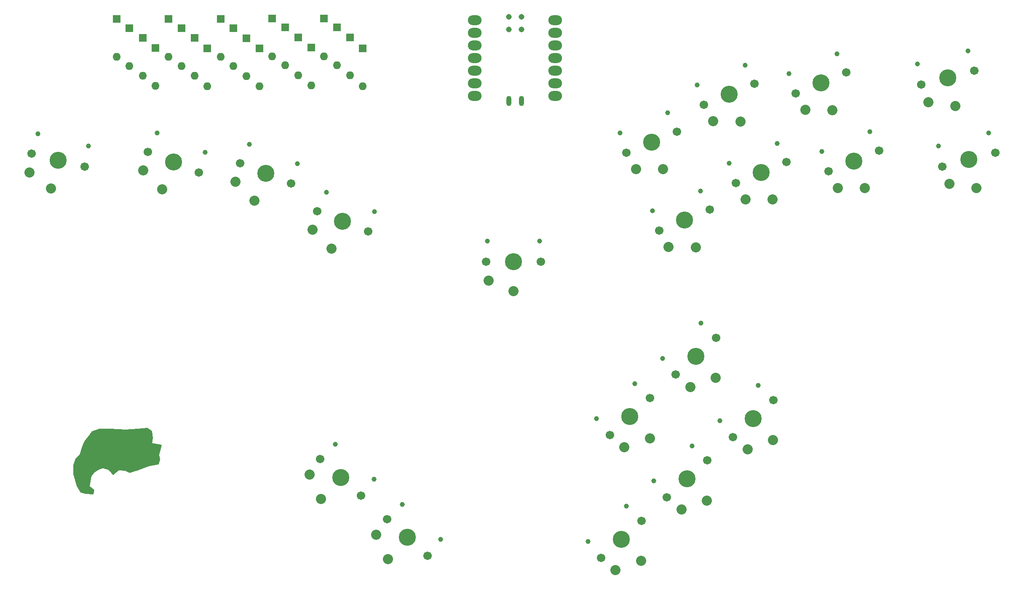
<source format=gbr>
%TF.GenerationSoftware,KiCad,Pcbnew,(6.0.4-0)*%
%TF.CreationDate,2022-07-27T23:48:03+02:00*%
%TF.ProjectId,ergosmash,6572676f-736d-4617-9368-2e6b69636164,rev?*%
%TF.SameCoordinates,Original*%
%TF.FileFunction,Soldermask,Top*%
%TF.FilePolarity,Negative*%
%FSLAX46Y46*%
G04 Gerber Fmt 4.6, Leading zero omitted, Abs format (unit mm)*
G04 Created by KiCad (PCBNEW (6.0.4-0)) date 2022-07-27 23:48:03*
%MOMM*%
%LPD*%
G01*
G04 APERTURE LIST*
%ADD10C,0.150000*%
%ADD11C,2.032000*%
%ADD12C,0.990600*%
%ADD13C,1.701800*%
%ADD14C,3.429000*%
%ADD15C,1.143000*%
%ADD16O,1.016000X2.032000*%
%ADD17O,2.748280X1.998980*%
%ADD18R,1.600000X1.600000*%
%ADD19O,1.600000X1.600000*%
G04 APERTURE END LIST*
D10*
G36*
X71890000Y-122800000D02*
G01*
X72030000Y-124100000D01*
X71830000Y-125240000D01*
X73780000Y-125610000D01*
X73270000Y-127520000D01*
X73450000Y-128440000D01*
X73170000Y-129400000D01*
X71380000Y-129720000D01*
X69060000Y-130570000D01*
X67470000Y-131080000D01*
X66480000Y-130680000D01*
X65370000Y-130590000D01*
X65090000Y-130650000D01*
X64180000Y-131470000D01*
X63190000Y-130510000D01*
X62050000Y-130140000D01*
X61230000Y-130370000D01*
X60350000Y-131020000D01*
X59700000Y-131870000D01*
X59360000Y-133860000D01*
X60270000Y-134620000D01*
X60100000Y-135440000D01*
X58650000Y-135300000D01*
X57600000Y-135050000D01*
X56840000Y-133830000D01*
X56210000Y-131390000D01*
X56210000Y-129660000D01*
X56640000Y-128380000D01*
X57430000Y-127530000D01*
X57940000Y-125860000D01*
X58480000Y-124750000D01*
X59220000Y-123760000D01*
X59950000Y-122910000D01*
X61370000Y-122340000D01*
X63560000Y-122400000D01*
X66620000Y-122510000D01*
X69080000Y-122340000D01*
X70980000Y-122200000D01*
X71890000Y-122800000D01*
G37*
X71890000Y-122800000D02*
X72030000Y-124100000D01*
X71830000Y-125240000D01*
X73780000Y-125610000D01*
X73270000Y-127520000D01*
X73450000Y-128440000D01*
X73170000Y-129400000D01*
X71380000Y-129720000D01*
X69060000Y-130570000D01*
X67470000Y-131080000D01*
X66480000Y-130680000D01*
X65370000Y-130590000D01*
X65090000Y-130650000D01*
X64180000Y-131470000D01*
X63190000Y-130510000D01*
X62050000Y-130140000D01*
X61230000Y-130370000D01*
X60350000Y-131020000D01*
X59700000Y-131870000D01*
X59360000Y-133860000D01*
X60270000Y-134620000D01*
X60100000Y-135440000D01*
X58650000Y-135300000D01*
X57600000Y-135050000D01*
X56840000Y-133830000D01*
X56210000Y-131390000D01*
X56210000Y-129660000D01*
X56640000Y-128380000D01*
X57430000Y-127530000D01*
X57940000Y-125860000D01*
X58480000Y-124750000D01*
X59220000Y-123760000D01*
X59950000Y-122910000D01*
X61370000Y-122340000D01*
X63560000Y-122400000D01*
X66620000Y-122510000D01*
X69080000Y-122340000D01*
X70980000Y-122200000D01*
X71890000Y-122800000D01*
D11*
%TO.C,SW20*%
X228011869Y-56570486D03*
X233378405Y-57351696D03*
D12*
X225795836Y-48880389D03*
D13*
X237225975Y-50262535D03*
D12*
X235903298Y-46266421D03*
D13*
X226576351Y-53016715D03*
D14*
X231901163Y-51639625D03*
%TD*%
D11*
%TO.C,SW19*%
X203241397Y-58122687D03*
X208664430Y-58149417D03*
D12*
X199976676Y-50815841D03*
D13*
X211487935Y-50593769D03*
D12*
X209621979Y-46820626D03*
D13*
X201325261Y-54803287D03*
D14*
X206406598Y-52698528D03*
%TD*%
D11*
%TO.C,SW18*%
X184753977Y-60415123D03*
X190177010Y-60441853D03*
D12*
X181489256Y-53108277D03*
D13*
X193000515Y-52886205D03*
D12*
X191134559Y-49113062D03*
D13*
X182837841Y-57095723D03*
D14*
X187919178Y-54990964D03*
%TD*%
D11*
%TO.C,SW17*%
X169225947Y-70032310D03*
X174648980Y-70059040D03*
D12*
X165961226Y-62725464D03*
D13*
X177472485Y-62503392D03*
D12*
X175606529Y-58730249D03*
D13*
X167309811Y-66712910D03*
D14*
X172391148Y-64608151D03*
%TD*%
D11*
%TO.C,SW16*%
X232221571Y-73041321D03*
X237588107Y-73822531D03*
D12*
X230005538Y-65351224D03*
D13*
X241435677Y-66733370D03*
D12*
X240113000Y-62737256D03*
D13*
X230786053Y-69487550D03*
D14*
X236110865Y-68110460D03*
%TD*%
D11*
%TO.C,SW15*%
X209795147Y-73809891D03*
X215218180Y-73836621D03*
D12*
X206530426Y-66503045D03*
D13*
X218041685Y-66280973D03*
D12*
X216175729Y-62507830D03*
D13*
X207879011Y-70490491D03*
D14*
X212960348Y-68385732D03*
%TD*%
%TO.C,SW14*%
X194398407Y-70708278D03*
D13*
X189317070Y-72813037D03*
D12*
X197613788Y-64830376D03*
D13*
X199479744Y-68603519D03*
D12*
X187968485Y-68825591D03*
D11*
X196656239Y-76159167D03*
X191233206Y-76132437D03*
%TD*%
D14*
%TO.C,SW13*%
X178944897Y-80295356D03*
D13*
X173863560Y-82400115D03*
D12*
X182160278Y-74417454D03*
D13*
X184026234Y-78190597D03*
D12*
X172514975Y-78412669D03*
D11*
X181202729Y-85746245D03*
X175779696Y-85719515D03*
%TD*%
D14*
%TO.C,SW12*%
X167987836Y-119840578D03*
D13*
X163932811Y-123556324D03*
D12*
X168998945Y-113217432D03*
D13*
X172042861Y-116124832D03*
D12*
X161301769Y-120270594D03*
D11*
X171973818Y-124190514D03*
X166868692Y-126020183D03*
%TD*%
D14*
%TO.C,SW11*%
X181258830Y-107679954D03*
D13*
X177203805Y-111395700D03*
D12*
X182269939Y-101056808D03*
D13*
X185313855Y-103964208D03*
D12*
X174572763Y-108109970D03*
D11*
X185244812Y-112029890D03*
X180139686Y-113859559D03*
%TD*%
D14*
%TO.C,SW10*%
X179472875Y-132374294D03*
D13*
X175417850Y-136090040D03*
D12*
X180483984Y-125751148D03*
D13*
X183527900Y-128658548D03*
D12*
X172786808Y-132804310D03*
D11*
X183458857Y-136724230D03*
X178353731Y-138553899D03*
%TD*%
D14*
%TO.C,SW9*%
X192743865Y-120213669D03*
D13*
X188688840Y-123929415D03*
D12*
X193754974Y-113590523D03*
D13*
X196798890Y-116497923D03*
D12*
X186057798Y-120643685D03*
D11*
X196729847Y-124563605D03*
X191624721Y-126393274D03*
%TD*%
D14*
%TO.C,SW7*%
X144588470Y-88675535D03*
D13*
X139088470Y-88675535D03*
D12*
X149808470Y-84475535D03*
D13*
X150088470Y-88675535D03*
D12*
X139368470Y-84475535D03*
D11*
X144588470Y-94575535D03*
X139588470Y-92475535D03*
%TD*%
D14*
%TO.C,SW7*%
X166224170Y-144514494D03*
D13*
X162169145Y-148230240D03*
D12*
X167235279Y-137891348D03*
D13*
X170279195Y-140798748D03*
D12*
X159538103Y-144944510D03*
D11*
X170210152Y-148864430D03*
X165105026Y-150694099D03*
%TD*%
D14*
%TO.C,SW6*%
X123262743Y-144159973D03*
D13*
X119175446Y-140479755D03*
D12*
X129952308Y-144531626D03*
D13*
X127350040Y-147840191D03*
D12*
X122193876Y-137545903D03*
D11*
X119314872Y-148544527D03*
X117004323Y-143638270D03*
%TD*%
%TO.C,SW5*%
X103586235Y-131535711D03*
X105896784Y-136441968D03*
D12*
X108775788Y-125443344D03*
D13*
X113931952Y-135737632D03*
D12*
X116534220Y-132429067D03*
D13*
X105757358Y-128377196D03*
D14*
X109844655Y-132057414D03*
%TD*%
D11*
%TO.C,SW4*%
X104183724Y-82199424D03*
X108032969Y-86019543D03*
D12*
X106976596Y-74699539D03*
D13*
X115342659Y-82609494D03*
D12*
X116656395Y-78610432D03*
D13*
X105143637Y-78488822D03*
D14*
X110243148Y-80549158D03*
%TD*%
D11*
%TO.C,SW3*%
X88701943Y-72539485D03*
X92551188Y-76359604D03*
D12*
X91494815Y-65039600D03*
D13*
X99860878Y-72949555D03*
D12*
X101174614Y-68950493D03*
D13*
X89661856Y-68828883D03*
D14*
X94761367Y-70889219D03*
%TD*%
D11*
%TO.C,SW2*%
X70158695Y-70270582D03*
X74007940Y-74090701D03*
D12*
X72951567Y-62770697D03*
D13*
X81317630Y-70680652D03*
D12*
X82631366Y-66681590D03*
D13*
X71118608Y-66559980D03*
D14*
X76218119Y-68620316D03*
%TD*%
D11*
%TO.C,SW1*%
X47290051Y-70706102D03*
X51633494Y-73953333D03*
D12*
X49011961Y-62890514D03*
D13*
X58397459Y-69559158D03*
D12*
X59141849Y-65416178D03*
D13*
X47724207Y-66898018D03*
D14*
X53060833Y-68228588D03*
%TD*%
D15*
%TO.C,U1*%
X146212864Y-41895990D03*
X143672864Y-41895990D03*
X146212864Y-39355990D03*
X143672864Y-39355990D03*
D16*
X146224061Y-56360177D03*
X143674061Y-56360177D03*
D17*
X136807181Y-40042357D03*
X136807181Y-42582357D03*
X136807181Y-45122357D03*
X136807181Y-47662357D03*
X136807181Y-50202357D03*
X136807181Y-52742357D03*
X136807181Y-55282357D03*
X152971741Y-55282357D03*
X152971741Y-52742357D03*
X152971741Y-50202357D03*
X152971741Y-47662357D03*
X152971741Y-45122357D03*
X152971741Y-42582357D03*
X152971741Y-40042357D03*
%TD*%
D18*
%TO.C,D20*%
X114300000Y-45731866D03*
D19*
X114300000Y-53351866D03*
%TD*%
%TO.C,D19*%
X111700000Y-51161864D03*
D18*
X111700000Y-43541864D03*
%TD*%
D19*
%TO.C,D18*%
X109100000Y-49161865D03*
D18*
X109100000Y-41541865D03*
%TD*%
D19*
%TO.C,D17*%
X106500000Y-47351868D03*
D18*
X106500000Y-39731868D03*
%TD*%
D19*
%TO.C,D16*%
X103900000Y-53161866D03*
D18*
X103900000Y-45541866D03*
%TD*%
D19*
%TO.C,D15*%
X101300000Y-51161867D03*
D18*
X101300000Y-43541867D03*
%TD*%
D19*
%TO.C,D14*%
X98700000Y-49161865D03*
D18*
X98700000Y-41541865D03*
%TD*%
D19*
%TO.C,D13*%
X96100000Y-47351864D03*
D18*
X96100000Y-39731864D03*
%TD*%
D19*
%TO.C,D12*%
X93500000Y-53351866D03*
D18*
X93500000Y-45731866D03*
%TD*%
D19*
%TO.C,D11*%
X90900000Y-51351868D03*
D18*
X90900000Y-43731868D03*
%TD*%
D19*
%TO.C,D10*%
X88300000Y-49281869D03*
D18*
X88300000Y-41661869D03*
%TD*%
D19*
%TO.C,D9*%
X85700000Y-47471865D03*
D18*
X85700000Y-39851865D03*
%TD*%
D19*
%TO.C,D8*%
X83047150Y-53351868D03*
D18*
X83047150Y-45731868D03*
%TD*%
D19*
%TO.C,D7*%
X80447156Y-51281864D03*
D18*
X80447156Y-43661864D03*
%TD*%
D19*
%TO.C,D6*%
X77847152Y-49281867D03*
D18*
X77847152Y-41661867D03*
%TD*%
%TO.C,D5*%
X75200000Y-39851868D03*
D19*
X75200000Y-47471868D03*
%TD*%
D18*
%TO.C,D4*%
X72600000Y-45661866D03*
D19*
X72600000Y-53281866D03*
%TD*%
D18*
%TO.C,D3*%
X70100000Y-43661864D03*
D19*
X70100000Y-51281864D03*
%TD*%
D18*
%TO.C,D2*%
X67400000Y-41661866D03*
D19*
X67400000Y-49281866D03*
%TD*%
%TO.C,D1*%
X64800000Y-47471866D03*
D18*
X64800000Y-39851866D03*
%TD*%
M02*

</source>
